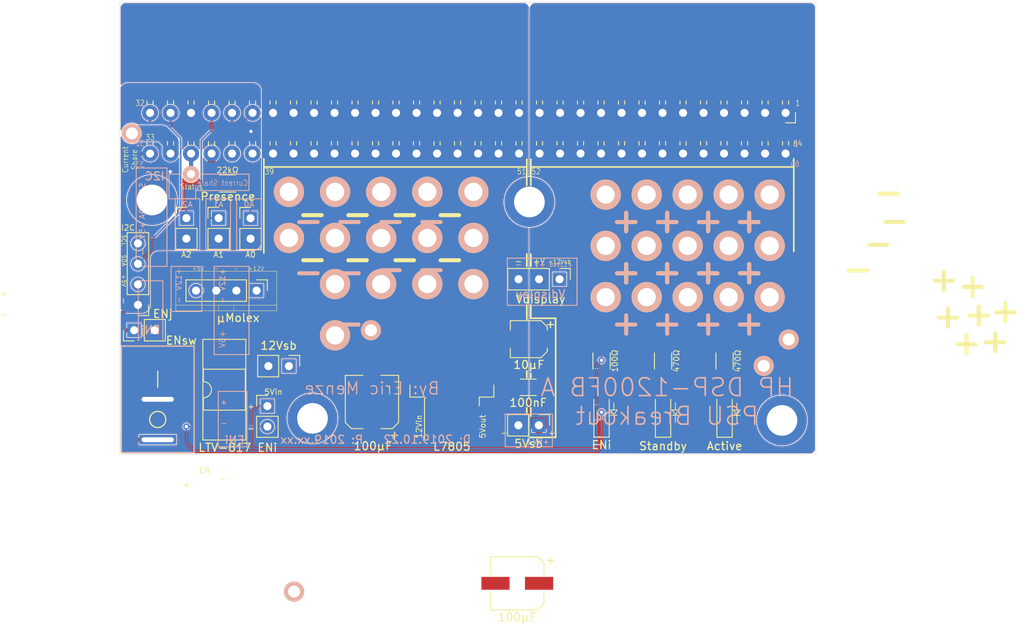
<source format=kicad_pcb>
(kicad_pcb (version 20171130) (host pcbnew "(5.1.4)-1")
  (layers (0 F.Cu signal) (31 B.Cu signal) (34 B.Paste user hide) (35 F.Paste user hide) (36 B.SilkS user hide) (37 F.SilkS user) (38 B.Mask user hide) (39 F.Mask user hide) (44 Edge.Cuts user))
  (net 0 "")
  (net 1 GNDREF)
  (net 2 +12Vstandby)
  (net 3 +5V)
  (net 4 +12V)
  (net 5 "Net-(D1-Pad2)")
  (net 6 "Net-(D1-Pad1)")
  (net 7 "Net-(D2-Pad2)")
  (net 8 "Net-(D3-Pad2)")
  (net 9 Alarm)
  (net 10 PRESENT)
  (net 11 Status)
  (net 12 "#ENABLE")
  (net 13 SCL)
  (net 14 SDA)
  (net 15 GNDS)
  (net 16 A2)
  (net 17 A1)
  (net 18 A0)
  (net 19 "Net-(J3-Pad2)")
  (net 20 "Net-(J3-Pad1)")
  (net 21 CurrentShare)
  (module Footprints:WIRE-20AWG (layer F.Cu) (at 109.0765 90.5352)
    (fp_text reference J47 hide)
    (fp_text value Status hide)
    (pad 1 thru_hole circle (at 0 0) (size 2.01 2.01) (drill 1.01) (layers *.Cu *.SilkS *.Mask) (net 11 Status))
  )
  (module Footprints:M3_Screw_Hole (layer F.Cu) (at 151 94)
    (fp_text reference Ref** hide)
    (fp_text value Val** hide)
    (pad "" np_thru_hole circle (at 0 0) (size 6.2 6.2) (drill 3.8) (layers *.Cu *.Mask))
  )
  (module Footprints:M3_Screw_Hole (layer F.Cu) (at 182.292 121.066)
    (fp_text reference Ref** hide)
    (fp_text value Val** hide)
    (pad "" np_thru_hole circle (at 0 0) (size 6.2 6.2) (drill 3.8) (layers *.Cu *.Mask))
  )
  (module Footprints:M3_Screw_Hole (layer F.Cu) (at 124.126 120.812)
    (fp_text reference Ref** hide)
    (fp_text value Val** hide)
    (pad "" np_thru_hole circle (at 0 0) (size 6.2 6.2) (drill 3.8) (layers *.Cu *.Mask))
  )
  (module Footprints:M3_Screw_Hole (layer F.Cu) (at 104.25 93.75)
    (fp_text reference Ref** hide)
    (fp_text value Val** hide)
    (pad "" np_thru_hole circle (at 0 0) (size 6.2 6.2) (drill 3.8) (layers *.Cu *.Mask))
  )
  (module Footprints:CommonSlot_2x32P_2.54mm (layer F.Cu) (at 104 88 90)
    (fp_text reference J1)
    (fp_text value "32x2P Card Edge")
    (pad 33 thru_hole circle (at 0 0 90) (size 2 2) (drill 1) (layers *.Cu *.Mask) (net 12 "#ENABLE"))
    (pad 32 thru_hole circle (at 5.04 0 90) (size 2 2) (drill 1) (layers *.Cu *.Mask) (net 13 SCL))
    (pad 34 thru_hole circle (at 0 2.54 90) (size 2 2) (drill 1) (layers *.Cu *.Mask) (net 21 CurrentShare))
    (pad 31 thru_hole circle (at 5.04 2.54 90) (size 2 2) (drill 1) (layers *.Cu *.Mask) (net 14 SDA))
    (pad 35 thru_hole circle (at 0 5.08 90) (size 2 2) (drill 1) (layers *.Cu *.Mask) (net 11 Status))
    (pad 30 thru_hole oval (at 5.04 5.08 90) (size 2 2) (drill 1) (layers *.Cu *.Mask) (net 15 GNDS))
    (pad 36 thru_hole circle (at 0 7.62 90) (size 2 2) (drill 1) (layers *.Cu *.Mask) (net 10 PRESENT))
    (pad 29 thru_hole oval (at 5.04 7.62 90) (size 2 2) (drill 1) (layers *.Cu *.Mask) (net 16 A2))
    (pad 37 thru_hole circle (at 0 10.16 90) (size 2 2) (drill 1) (layers *.Cu *.Mask) (net 2 +12Vstandby))
    (pad 28 thru_hole oval (at 5.04 10.16 90) (size 2 2) (drill 1) (layers *.Cu *.Mask) (net 17 A1))
    (pad 38 thru_hole circle (at 0 12.7 90) (size 2 2) (drill 1) (layers *.Cu *.Mask) (net 9 Alarm))
    (pad 27 thru_hole oval (at 5.04 12.7 90) (size 2 2) (drill 1) (layers *.Cu *.Mask) (net 18 A0))
    (pad 39 thru_hole circle (at 0 15.24 90) (size 2 2) (drill 1) (layers *.Cu *.Mask) (net 1 GNDREF))
    (pad 26 thru_hole oval (at 5.04 15.24 90) (size 2 2) (drill 1) (layers *.Cu *.Mask) (net 1 GNDREF))
    (pad 40 thru_hole circle (at 0 17.78 90) (size 2 2) (drill 1) (layers *.Cu *.Mask) (net 1 GNDREF))
    (pad 25 thru_hole oval (at 5.04 17.78 90) (size 2 2) (drill 1) (layers *.Cu *.Mask) (net 1 GNDREF))
    (pad 41 thru_hole circle (at 0 20.32 90) (size 2 2) (drill 1) (layers *.Cu *.Mask) (net 1 GNDREF))
    (pad 24 thru_hole oval (at 5.04 20.32 90) (size 2 2) (drill 1) (layers *.Cu *.Mask) (net 1 GNDREF))
    (pad 42 thru_hole circle (at 0 22.86 90) (size 2 2) (drill 1) (layers *.Cu *.Mask) (net 1 GNDREF))
    (pad 23 thru_hole oval (at 5.04 22.86 90) (size 2 2) (drill 1) (layers *.Cu *.Mask) (net 1 GNDREF))
    (pad 43 thru_hole circle (at 0 25.4 90) (size 2 2) (drill 1) (layers *.Cu *.Mask) (net 1 GNDREF))
    (pad 22 thru_hole oval (at 5.04 25.4 90) (size 2 2) (drill 1) (layers *.Cu *.Mask) (net 1 GNDREF))
    (pad 44 thru_hole circle (at 0 27.94 90) (size 2 2) (drill 1) (layers *.Cu *.Mask) (net 1 GNDREF))
    (pad 21 thru_hole oval (at 5.04 27.94 90) (size 2 2) (drill 1) (layers *.Cu *.Mask) (net 1 GNDREF))
    (pad 45 thru_hole circle (at 0 30.48 90) (size 2 2) (drill 1) (layers *.Cu *.Mask) (net 1 GNDREF))
    (pad 20 thru_hole oval (at 5.04 30.48 90) (size 2 2) (drill 1) (layers *.Cu *.Mask) (net 1 GNDREF))
    (pad 46 thru_hole circle (at 0 33.02 90) (size 2 2) (drill 1) (layers *.Cu *.Mask) (net 1 GNDREF))
    (pad 19 thru_hole oval (at 5.04 33.02 90) (size 2 2) (drill 1) (layers *.Cu *.Mask) (net 1 GNDREF))
    (pad 47 thru_hole circle (at 0 35.56 90) (size 2 2) (drill 1) (layers *.Cu *.Mask) (net 1 GNDREF))
    (pad 18 thru_hole oval (at 5.04 35.56 90) (size 2 2) (drill 1) (layers *.Cu *.Mask) (net 1 GNDREF))
    (pad 48 thru_hole circle (at 0 38.1 90) (size 2 2) (drill 1) (layers *.Cu *.Mask) (net 1 GNDREF))
    (pad 17 thru_hole oval (at 5.04 38.1 90) (size 2 2) (drill 1) (layers *.Cu *.Mask) (net 1 GNDREF))
    (pad 49 thru_hole circle (at 0 40.64 90) (size 2 2) (drill 1) (layers *.Cu *.Mask) (net 1 GNDREF))
    (pad 16 thru_hole oval (at 5.04 40.64 90) (size 2 2) (drill 1) (layers *.Cu *.Mask) (net 1 GNDREF))
    (pad 50 thru_hole circle (at 0 43.18 90) (size 2 2) (drill 1) (layers *.Cu *.Mask) (net 1 GNDREF))
    (pad 15 thru_hole oval (at 5.04 43.18 90) (size 2 2) (drill 1) (layers *.Cu *.Mask) (net 1 GNDREF))
    (pad 51 thru_hole circle (at 0 45.72 90) (size 2 2) (drill 1) (layers *.Cu *.Mask) (net 1 GNDREF))
    (pad 14 thru_hole oval (at 5.04 45.72 90) (size 2 2) (drill 1) (layers *.Cu *.Mask) (net 1 GNDREF))
    (pad 52 thru_hole circle (at 0 48.26 90) (size 2 2) (drill 1) (layers *.Cu *.Mask) (net 4 +12V))
    (pad 13 thru_hole oval (at 5.04 48.26 90) (size 2 2) (drill 1) (layers *.Cu *.Mask) (net 4 +12V))
    (pad 53 thru_hole circle (at 0 50.8 90) (size 2 2) (drill 1) (layers *.Cu *.Mask) (net 4 +12V))
    (pad 12 thru_hole oval (at 5.04 50.8 90) (size 2 2) (drill 1) (layers *.Cu *.Mask) (net 4 +12V))
    (pad 54 thru_hole circle (at 0 53.34 90) (size 2 2) (drill 1) (layers *.Cu *.Mask) (net 4 +12V))
    (pad 11 thru_hole oval (at 5.04 53.34 90) (size 2 2) (drill 1) (layers *.Cu *.Mask) (net 4 +12V))
    (pad 55 thru_hole circle (at 0 55.88 90) (size 2 2) (drill 1) (layers *.Cu *.Mask) (net 4 +12V))
    (pad 10 thru_hole oval (at 5.04 55.88 90) (size 2 2) (drill 1) (layers *.Cu *.Mask) (net 4 +12V))
    (pad 56 thru_hole circle (at 0 58.42 90) (size 2 2) (drill 1) (layers *.Cu *.Mask) (net 4 +12V))
    (pad 9 thru_hole oval (at 5.04 58.42 90) (size 2 2) (drill 1) (layers *.Cu *.Mask) (net 4 +12V))
    (pad 57 thru_hole circle (at 0 60.96 90) (size 2 2) (drill 1) (layers *.Cu *.Mask) (net 4 +12V))
    (pad 8 thru_hole oval (at 5.04 60.96 90) (size 2 2) (drill 1) (layers *.Cu *.Mask) (net 4 +12V))
    (pad 58 thru_hole circle (at 0 63.5 90) (size 2 2) (drill 1) (layers *.Cu *.Mask) (net 4 +12V))
    (pad 7 thru_hole oval (at 5.04 63.5 90) (size 2 2) (drill 1) (layers *.Cu *.Mask) (net 4 +12V))
    (pad 59 thru_hole circle (at 0 66.04 90) (size 2 2) (drill 1) (layers *.Cu *.Mask) (net 4 +12V))
    (pad 6 thru_hole oval (at 5.04 66.04 90) (size 2 2) (drill 1) (layers *.Cu *.Mask) (net 4 +12V))
    (pad 60 thru_hole circle (at 0 68.58 90) (size 2 2) (drill 1) (layers *.Cu *.Mask) (net 4 +12V))
    (pad 5 thru_hole oval (at 5.04 68.58 90) (size 2 2) (drill 1) (layers *.Cu *.Mask) (net 4 +12V))
    (pad 61 thru_hole circle (at 0 71.12 90) (size 2 2) (drill 1) (layers *.Cu *.Mask) (net 4 +12V))
    (pad 4 thru_hole oval (at 5.04 71.12 90) (size 2 2) (drill 1) (layers *.Cu *.Mask) (net 4 +12V))
    (pad 62 thru_hole circle (at 0 73.66 90) (size 2 2) (drill 1) (layers *.Cu *.Mask) (net 4 +12V))
    (pad 3 thru_hole oval (at 5.04 73.66 90) (size 2 2) (drill 1) (layers *.Cu *.Mask) (net 4 +12V))
    (pad 63 thru_hole circle (at 0 76.2 90) (size 2 2) (drill 1) (layers *.Cu *.Mask) (net 4 +12V))
    (pad 2 thru_hole oval (at 5.04 76.2 90) (size 2 2) (drill 1) (layers *.Cu *.Mask) (net 4 +12V))
    (pad 64 thru_hole circle (at 0 78.74 90) (size 2 2) (drill 1) (layers *.Cu *.Mask) (net 4 +12V))
    (pad 1 thru_hole rect (at 5.04 78.74 90) (size 2 2) (drill 1) (layers *.Cu *.Mask) (net 4 +12V))
  )
  (module Footprints:WIRE-16AWG (layer F.Cu) (at 101.75 85.5)
    (fp_text reference J46)
    (fp_text value Isense hide)
    (pad 1 thru_hole circle (at 0 0) (size 2.49 2.49) (drill 1.49) (layers *.Cu *.SilkS *.Mask) (net 21 CurrentShare))
  )
  (module Footprints:Berg_FDD_Power_1x04_2.50mm (layer F.Cu) (at 117.198 104.9798 270)
    (fp_text reference J4)
    (fp_text value µMolex (at 3.3782 2.286) (layer F.SilkS))
    (pad 1 thru_hole rect (at 0 0 270) (size 1.7 1.7) (drill 1) (layers *.Cu *.Mask) (net 2 +12Vstandby))
    (pad 2 thru_hole oval (at 0 2.5 270) (size 1.7 1.7) (drill 1) (layers *.Cu *.Mask) (net 1 GNDREF))
    (pad 3 thru_hole oval (at 0 5 270) (size 1.7 1.7) (drill 1) (layers *.Cu *.Mask) (net 1 GNDREF))
    (pad 4 thru_hole oval (at 0 7.5 270) (size 1.7 1.7) (drill 1) (layers *.Cu *.Mask) (net 3 +5V))
  )
  (module Footprints:WIRE-16AWG (layer F.Cu) (at 131.365 109.89)
    (fp_text reference J45 hide)
    (fp_text value 0V hide)
    (pad 1 thru_hole circle (at 0 0) (size 2.49 2.49) (drill 1.49) (layers *.Cu *.SilkS *.Mask) (net 1 GNDREF))
  )
  (module Footprints:WIRE-16AWG (layer F.Cu) (at 121.84 142.275)
    (fp_text reference J44 hide)
    (fp_text value 0V hide)
    (pad 1 thru_hole circle (at 0 0) (size 2.49 2.49) (drill 1.49) (layers *.Cu *.SilkS *.Mask) (net 1 GNDREF))
  )
  (module Footprints:WIRE-16AWG (layer F.Cu) (at 180.0314 114.3096)
    (fp_text reference J43 hide)
    (fp_text value +12V hide)
    (pad 1 thru_hole circle (at 0 0) (size 2.49 2.49) (drill 1.49) (layers *.Cu *.SilkS *.Mask) (net 4 +12V))
  )
  (module Footprints:WIRE-16AWG (layer F.Cu) (at 183.1302 111.033)
    (fp_text reference J42 hide)
    (fp_text value +12V hide)
    (pad 1 thru_hole circle (at 0 0) (size 2.49 2.49) (drill 1.49) (layers *.Cu *.SilkS *.Mask) (net 4 +12V))
  )
  (module Footprints:WIRE-12AWG (layer F.Cu) (at 138.35 104.175)
    (fp_text reference J41 hide)
    (fp_text value 0V hide)
    (pad 1 thru_hole circle (at 0 0) (size 3.75 3.75) (drill 2.25) (layers *.Cu *.SilkS *.Mask) (net 1 GNDREF))
  )
  (module Footprints:WIRE-12AWG (layer F.Cu) (at 132.635 104.175)
    (fp_text reference J40 hide)
    (fp_text value 0V hide)
    (pad 1 thru_hole circle (at 0 0) (size 3.75 3.75) (drill 2.25) (layers *.Cu *.SilkS *.Mask) (net 1 GNDREF))
  )
  (module Footprints:WIRE-12AWG (layer F.Cu) (at 144.065 104.175)
    (fp_text reference J39 hide)
    (fp_text value 0V hide)
    (pad 1 thru_hole circle (at 0 0) (size 3.75 3.75) (drill 2.25) (layers *.Cu *.SilkS *.Mask) (net 1 GNDREF))
  )
  (module Footprints:WIRE-12AWG (layer F.Cu) (at 165.5318 105.791)
    (fp_text reference J38 hide)
    (fp_text value +12V hide)
    (pad 1 thru_hole circle (at 0 0) (size 3.75 3.75) (drill 2.25) (layers *.Cu *.SilkS *.Mask) (net 4 +12V))
  )
  (module Footprints:WIRE-12AWG (layer F.Cu) (at 160.4518 99.441)
    (fp_text reference J37 hide)
    (fp_text value +12V hide)
    (pad 1 thru_hole circle (at 0 0) (size 3.75 3.75) (drill 2.25) (layers *.Cu *.SilkS *.Mask) (net 4 +12V))
  )
  (module Footprints:WIRE-12AWG (layer F.Cu) (at 160.4518 105.791)
    (fp_text reference J36 hide)
    (fp_text value +12V hide)
    (pad 1 thru_hole circle (at 0 0) (size 3.75 3.75) (drill 2.25) (layers *.Cu *.SilkS *.Mask) (net 4 +12V))
  )
  (module Footprints:WIRE-12AWG (layer F.Cu) (at 126.92 110.525)
    (fp_text reference J35 hide)
    (fp_text value 0V hide)
    (pad 1 thru_hole circle (at 0 0) (size 3.75 3.75) (drill 2.25) (layers *.Cu *.SilkS *.Mask) (net 1 GNDREF))
  )
  (module Footprints:WIRE-12AWG (layer F.Cu) (at 144.065 98.46)
    (fp_text reference J34 hide)
    (fp_text value 0V hide)
    (pad 1 thru_hole circle (at 0 0) (size 3.75 3.75) (drill 2.25) (layers *.Cu *.SilkS *.Mask) (net 1 GNDREF))
  )
  (module Footprints:WIRE-12AWG (layer F.Cu) (at 138.35 98.46)
    (fp_text reference J33 hide)
    (fp_text value 0V hide)
    (pad 1 thru_hole circle (at 0 0) (size 3.75 3.75) (drill 2.25) (layers *.Cu *.SilkS *.Mask) (net 1 GNDREF))
  )
  (module Footprints:WIRE-12AWG (layer F.Cu) (at 126.92 104.175)
    (fp_text reference J32 hide)
    (fp_text value 0V hide)
    (pad 1 thru_hole circle (at 0 0) (size 3.75 3.75) (drill 2.25) (layers *.Cu *.SilkS *.Mask) (net 1 GNDREF))
  )
  (module Footprints:WIRE-12AWG (layer F.Cu) (at 170.6118 105.791)
    (fp_text reference J31 hide)
    (fp_text value +12V hide)
    (pad 1 thru_hole circle (at 0 0) (size 3.75 3.75) (drill 2.25) (layers *.Cu *.SilkS *.Mask) (net 4 +12V))
  )
  (module Footprints:WIRE-12AWG (layer F.Cu) (at 180.7718 99.441)
    (fp_text reference J30 hide)
    (fp_text value +12V hide)
    (pad 1 thru_hole circle (at 0 0) (size 3.75 3.75) (drill 2.25) (layers *.Cu *.SilkS *.Mask) (net 4 +12V))
  )
  (module Footprints:WIRE-12AWG (layer F.Cu) (at 165.5318 99.441)
    (fp_text reference J29 hide)
    (fp_text value +12V hide)
    (pad 1 thru_hole circle (at 0 0) (size 3.75 3.75) (drill 2.25) (layers *.Cu *.SilkS *.Mask) (net 4 +12V))
  )
  (module Footprints:WIRE-12AWG (layer F.Cu) (at 170.6118 99.441)
    (fp_text reference J28 hide)
    (fp_text value +12V hide)
    (pad 1 thru_hole circle (at 0 0) (size 3.75 3.75) (drill 2.25) (layers *.Cu *.SilkS *.Mask) (net 4 +12V))
  )
  (module Footprints:WIRE-12AWG (layer F.Cu) (at 121.205 98.46)
    (fp_text reference J27 hide)
    (fp_text value 0V hide)
    (pad 1 thru_hole circle (at 0 0) (size 3.75 3.75) (drill 2.25) (layers *.Cu *.SilkS *.Mask) (net 1 GNDREF))
  )
  (module Footprints:WIRE-12AWG (layer F.Cu) (at 126.92 98.46)
    (fp_text reference J26 hide)
    (fp_text value 0V hide)
    (pad 1 thru_hole circle (at 0 0) (size 3.75 3.75) (drill 2.25) (layers *.Cu *.SilkS *.Mask) (net 1 GNDREF))
  )
  (module Footprints:WIRE-12AWG (layer F.Cu) (at 132.635 98.46)
    (fp_text reference J25 hide)
    (fp_text value 0V hide)
    (pad 1 thru_hole circle (at 0 0) (size 3.75 3.75) (drill 2.25) (layers *.Cu *.SilkS *.Mask) (net 1 GNDREF))
  )
  (module Footprints:WIRE-12AWG (layer F.Cu) (at 144.065 92.745)
    (fp_text reference J24 hide)
    (fp_text value 0V hide)
    (pad 1 thru_hole circle (at 0 0) (size 3.75 3.75) (drill 2.25) (layers *.Cu *.SilkS *.Mask) (net 1 GNDREF))
  )
  (module Footprints:WIRE-12AWG (layer F.Cu) (at 180.7718 105.791)
    (fp_text reference J23 hide)
    (fp_text value +12V hide)
    (pad 1 thru_hole circle (at 0 0) (size 3.75 3.75) (drill 2.25) (layers *.Cu *.SilkS *.Mask) (net 4 +12V))
  )
  (module Footprints:WIRE-12AWG (layer F.Cu) (at 175.6918 105.791)
    (fp_text reference J22 hide)
    (fp_text value +12V hide)
    (pad 1 thru_hole circle (at 0 0) (size 3.75 3.75) (drill 2.25) (layers *.Cu *.SilkS *.Mask) (net 4 +12V))
  )
  (module Footprints:WIRE-12AWG (layer F.Cu) (at 180.7718 93.091)
    (fp_text reference J21 hide)
    (fp_text value +12V hide)
    (pad 1 thru_hole circle (at 0 0) (size 3.75 3.75) (drill 2.25) (layers *.Cu *.SilkS *.Mask) (net 4 +12V))
  )
  (module Footprints:WIRE-12AWG (layer F.Cu) (at 175.6918 99.441)
    (fp_text reference J20 hide)
    (fp_text value +12V hide)
    (pad 1 thru_hole circle (at 0 0) (size 3.75 3.75) (drill 2.25) (layers *.Cu *.SilkS *.Mask) (net 4 +12V))
  )
  (module Footprints:WIRE-12AWG (layer F.Cu) (at 126.92 92.745)
    (fp_text reference J19 hide)
    (fp_text value 0V hide)
    (pad 1 thru_hole circle (at 0 0) (size 3.75 3.75) (drill 2.25) (layers *.Cu *.SilkS *.Mask) (net 1 GNDREF))
  )
  (module Footprints:WIRE-12AWG (layer F.Cu) (at 132.635 92.745)
    (fp_text reference J18 hide)
    (fp_text value 0V hide)
    (pad 1 thru_hole circle (at 0 0) (size 3.75 3.75) (drill 2.25) (layers *.Cu *.SilkS *.Mask) (net 1 GNDREF))
  )
  (module Footprints:WIRE-12AWG (layer F.Cu) (at 138.35 92.745)
    (fp_text reference J17 hide)
    (fp_text value 0V hide)
    (pad 1 thru_hole circle (at 0 0) (size 3.75 3.75) (drill 2.25) (layers *.Cu *.SilkS *.Mask) (net 1 GNDREF))
  )
  (module Footprints:WIRE-12AWG (layer F.Cu) (at 170.6118 93.091)
    (fp_text reference J16 hide)
    (fp_text value +12V hide)
    (pad 1 thru_hole circle (at 0 0) (size 3.75 3.75) (drill 2.25) (layers *.Cu *.SilkS *.Mask) (net 4 +12V))
  )
  (module Footprints:WIRE-12AWG (layer F.Cu) (at 160.4518 93.091)
    (fp_text reference J15 hide)
    (fp_text value +12V hide)
    (pad 1 thru_hole circle (at 0 0) (size 3.75 3.75) (drill 2.25) (layers *.Cu *.SilkS *.Mask) (net 4 +12V))
  )
  (module Footprints:WIRE-12AWG (layer F.Cu) (at 165.5318 93.091)
    (fp_text reference J14 hide)
    (fp_text value +12V hide)
    (pad 1 thru_hole circle (at 0 0) (size 3.75 3.75) (drill 2.25) (layers *.Cu *.SilkS *.Mask) (net 4 +12V))
  )
  (module Footprints:WIRE-12AWG (layer F.Cu) (at 121.205 92.745)
    (fp_text reference J13 hide)
    (fp_text value 0V hide)
    (pad 1 thru_hole circle (at 0 0) (size 3.75 3.75) (drill 2.25) (layers *.Cu *.SilkS *.Mask) (net 1 GNDREF))
  )
  (module Footprints:WIRE-12AWG (layer F.Cu) (at 175.6918 93.091)
    (fp_text reference J12 hide)
    (fp_text value +12V hide)
    (pad 1 thru_hole circle (at 0 0) (size 3.75 3.75) (drill 2.25) (layers *.Cu *.SilkS *.Mask) (net 4 +12V))
  )
  (module Capacitors_SMD:CP_Elec_6.3x5.3 (layer F.Cu) (at 131.492 118.78 90)
    (fp_text reference C1)
    (fp_text value 100µF (at -5.461 0.127 180) (layer F.SilkS))
    (fp_text user + (at -4.1275 2.7305 90) (layer F.SilkS))
    (pad 2 smd rect (at 2.7 0 270) (size 3.5 1.6) (layers F.Cu F.Paste F.Mask) (net 1 GNDREF))
    (pad 1 smd rect (at -2.7 0 270) (size 3.5 1.6) (layers F.Cu F.Paste F.Mask) (net 2 +12Vstandby))
  )
  (module Capacitors_SMD:CP_Elec_4x5.3 (layer F.Cu) (at 150.9268 110.998 180)
    (fp_text reference C2)
    (fp_text value 10µF (at 0 -3.175) (layer F.SilkS))
    (fp_text user + (at -2.6924 1.8796) (layer F.SilkS))
    (pad 2 smd rect (at 1.8 0) (size 2.6 1.6) (layers F.Cu F.Paste F.Mask) (net 1 GNDREF))
    (pad 1 smd rect (at -1.8 0) (size 2.6 1.6) (layers F.Cu F.Paste F.Mask) (net 3 +5V))
  )
  (module Capacitors_SMD:C_1206_HandSoldering (layer F.Cu) (at 150.8506 116.967 180)
    (fp_text reference C3)
    (fp_text value 100nF (at 0 -1.905) (layer F.SilkS))
    (pad 2 smd rect (at 2 0 180) (size 2 1.6) (layers F.Cu F.Paste F.Mask) (net 1 GNDREF))
    (pad 1 smd rect (at -2 0 180) (size 2 1.6) (layers F.Cu F.Paste F.Mask) (net 3 +5V))
  )
  (module Capacitors_SMD:CP_Elec_6.3x5.3 (layer F.Cu) (at 149.5 141.25 180)
    (fp_text reference C4)
    (fp_text value 100µF (at 0.0127 -4.191) (layer F.SilkS))
    (fp_text user + (at -4.1148 2.921) (layer F.SilkS))
    (pad 1 smd rect (at -2.7 0) (size 3.5 1.6) (layers F.Cu F.Paste F.Mask) (net 4 +12V))
    (pad 2 smd rect (at 2.7 0) (size 3.5 1.6) (layers F.Cu F.Paste F.Mask) (net 1 GNDREF))
  )
  (module LEDs:LED_1206_HandSoldering (layer F.Cu) (at 159.94 120.05 90)
    (fp_text reference D1)
    (fp_text value ENi (at -4.064 0 180) (layer F.SilkS))
    (pad 2 smd rect (at 2 0 90) (size 2 1.7) (layers F.Cu F.Paste F.Mask) (net 5 "Net-(D1-Pad2)"))
    (pad 1 smd rect (at -2 0 90) (size 2 1.7) (layers F.Cu F.Paste F.Mask) (net 6 "Net-(D1-Pad1)"))
  )
  (module LEDs:LED_1206_HandSoldering (layer F.Cu) (at 167.56 120.05 90)
    (fp_text reference D2)
    (fp_text value Standby (at -4.191 0 180) (layer F.SilkS))
    (pad 2 smd rect (at 2 0 90) (size 2 1.7) (layers F.Cu F.Paste F.Mask) (net 7 "Net-(D2-Pad2)"))
    (pad 1 smd rect (at -2 0 90) (size 2 1.7) (layers F.Cu F.Paste F.Mask) (net 1 GNDREF))
  )
  (module LEDs:LED_1206_HandSoldering (layer F.Cu) (at 175.18 120.05 90)
    (fp_text reference D3)
    (fp_text value Active (at -4.191 0 180) (layer F.SilkS))
    (pad 1 smd rect (at -2 0 90) (size 2 1.7) (layers F.Cu F.Paste F.Mask) (net 1 GNDREF))
    (pad 2 smd rect (at 2 0 90) (size 2 1.7) (layers F.Cu F.Paste F.Mask) (net 8 "Net-(D3-Pad2)"))
  )
  (module Pin_Headers:Pin_Header_Straight_1x02_Pitch2.54mm (layer F.Cu) (at 102.028 109.89 90)
    (fp_text reference J2)
    (fp_text value ENj (at 2.032 3.556) (layer F.SilkS))
    (pad 1 thru_hole rect (at 0 0 90) (size 1.7 1.7) (drill 1) (layers *.Cu *.Mask) (net 12 "#ENABLE"))
    (pad 2 thru_hole oval (at 0 2.54 90) (size 1.7 1.7) (drill 1) (layers *.Cu *.Mask) (net 1 GNDREF))
  )
  (module Pin_Headers:Pin_Header_Straight_1x02_Pitch2.54mm (layer F.Cu) (at 118.538 119.288)
    (fp_text reference J3)
    (fp_text value ENi (at 0 5.1435) (layer F.SilkS))
    (pad 2 thru_hole oval (at 0 2.54) (size 1.7 1.7) (drill 1) (layers *.Cu *.Mask) (net 19 "Net-(J3-Pad2)"))
    (pad 1 thru_hole rect (at 0 0) (size 1.7 1.7) (drill 1) (layers *.Cu *.Mask) (net 20 "Net-(J3-Pad1)"))
  )
  (module Pin_Headers:Pin_Header_Straight_1x02_Pitch2.54mm (layer F.Cu) (at 152.1714 121.666 270)
    (fp_text reference J5)
    (fp_text value 5Vsb (at 2.286 1.27 180) (layer F.SilkS))
    (pad 2 thru_hole oval (at 0 2.54 270) (size 1.7 1.7) (drill 1) (layers *.Cu *.Mask) (net 1 GNDREF))
    (pad 1 thru_hole rect (at 0 0 270) (size 1.7 1.7) (drill 1) (layers *.Cu *.Mask) (net 3 +5V))
  )
  (module Pin_Headers:Pin_Header_Straight_1x02_Pitch2.54mm (layer F.Cu) (at 121.205 114.335 270)
    (fp_text reference J6)
    (fp_text value 12Vsb (at -2.54 1.27) (layer F.SilkS))
    (pad 2 thru_hole oval (at 0 2.54 270) (size 1.7 1.7) (drill 1) (layers *.Cu *.Mask) (net 1 GNDREF))
    (pad 1 thru_hole rect (at 0 0 270) (size 1.7 1.7) (drill 1) (layers *.Cu *.Mask) (net 2 +12Vstandby))
  )
  (module Pin_Headers:Pin_Header_Straight_1x03_Pitch2.54mm (layer F.Cu) (at 154.7368 103.5685 270)
    (fp_text reference J7)
    (fp_text value Vdisplay (at 2.4765 2.3622 180) (layer F.SilkS))
    (pad 3 thru_hole oval (at 0 5.08 270) (size 1.7 1.7) (drill 1) (layers *.Cu *.Mask) (net 1 GNDREF))
    (pad 2 thru_hole oval (at 0 2.54 270) (size 1.7 1.7) (drill 1) (layers *.Cu *.Mask) (net 4 +12V))
    (pad 1 thru_hole rect (at 0 0 270) (size 1.7 1.7) (drill 1) (layers *.Cu *.Mask) (net 2 +12Vstandby))
  )
  (module Pin_Headers:Pin_Header_Straight_1x04_Pitch2.54mm (layer F.Cu) (at 102.5 106.75 180)
    (fp_text reference J8)
    (fp_text value I2C (at 1.234 9.56 180) (layer F.SilkS) (effects (font (size 0.7 0.7) (thickness 0.1))))
    (pad 1 thru_hole rect (at 0 0 180) (size 1.7 1.7) (drill 1) (layers *.Cu *.Mask) (net 15 GNDS))
    (pad 2 thru_hole oval (at 0 2.54 180) (size 1.7 1.7) (drill 1) (layers *.Cu *.Mask) (net 3 +5V))
    (pad 3 thru_hole oval (at 0 5.08 180) (size 1.7 1.7) (drill 1) (layers *.Cu *.Mask) (net 14 SDA))
    (pad 4 thru_hole oval (at 0 7.62 180) (size 1.7 1.7) (drill 1) (layers *.Cu *.Mask) (net 13 SCL))
  )
  (module Pin_Headers:Pin_Header_Straight_1x02_Pitch2.54mm (layer F.Cu) (at 116.45 96.01)
    (fp_text reference J9)
    (fp_text value A0 (at 0 4.5212) (layer F.SilkS) (effects (font (size 0.7 0.7) (thickness 0.1))))
    (pad 1 thru_hole rect (at 0 0) (size 1.7 1.7) (drill 1) (layers *.Cu *.Mask) (net 18 A0))
    (pad 2 thru_hole oval (at 0 2.54) (size 1.7 1.7) (drill 1) (layers *.Cu *.Mask) (net 15 GNDS))
  )
  (module Pin_Headers:Pin_Header_Straight_1x02_Pitch2.54mm (layer F.Cu) (at 112.5 96)
    (fp_text reference J10)
    (fp_text value A1 (at 0 4.5212) (layer F.SilkS) (effects (font (size 0.7 0.7) (thickness 0.1))))
    (pad 2 thru_hole oval (at 0 2.54) (size 1.7 1.7) (drill 1) (layers *.Cu *.Mask) (net 15 GNDS))
    (pad 1 thru_hole rect (at 0 0) (size 1.7 1.7) (drill 1) (layers *.Cu *.Mask) (net 17 A1))
  )
  (module Pin_Headers:Pin_Header_Straight_1x02_Pitch2.54mm (layer F.Cu) (at 108.5 96)
    (fp_text reference J11)
    (fp_text value A2 (at 0 4.5212) (layer F.SilkS) (effects (font (size 0.7 0.7) (thickness 0.1))))
    (pad 1 thru_hole rect (at 0 0) (size 1.7 1.7) (drill 1) (layers *.Cu *.Mask) (net 16 A2))
    (pad 2 thru_hole oval (at 0 2.54) (size 1.7 1.7) (drill 1) (layers *.Cu *.Mask) (net 15 GNDS))
  )
  (module Resistors_SMD:R_1206_HandSoldering (layer F.Cu) (at 159.94 113.7 90)
    (fp_text reference R1)
    (fp_text value 100Ω (at 0 1.651 90) (layer F.SilkS) (effects (font (size 0.7 0.7) (thickness 0.1))))
    (pad 2 smd rect (at 2 0 90) (size 2 1.7) (layers F.Cu F.Paste F.Mask) (net 20 "Net-(J3-Pad1)"))
    (pad 1 smd rect (at -2 0 90) (size 2 1.7) (layers F.Cu F.Paste F.Mask) (net 5 "Net-(D1-Pad2)"))
  )
  (module Resistors_SMD:R_1206_HandSoldering (layer F.Cu) (at 167.56 113.7 270)
    (fp_text reference R2)
    (fp_text value 470Ω (at 0 -1.651 90) (layer F.SilkS) (effects (font (size 0.7 0.7) (thickness 0.1))))
    (pad 1 smd rect (at -2 0 270) (size 2 1.7) (layers F.Cu F.Paste F.Mask) (net 2 +12Vstandby))
    (pad 2 smd rect (at 2 0 270) (size 2 1.7) (layers F.Cu F.Paste F.Mask) (net 7 "Net-(D2-Pad2)"))
  )
  (module Resistors_SMD:R_1206_HandSoldering (layer F.Cu) (at 113.6104 91.7036)
    (fp_text reference R3)
    (fp_text value 22kΩ (at 0 -1.651 180) (layer F.SilkS) (effects (font (size 0.7 0.7) (thickness 0.1))))
    (pad 1 smd rect (at -2 0) (size 2 1.7) (layers F.Cu F.Paste F.Mask) (net 10 PRESENT))
    (pad 2 smd rect (at 2 0) (size 2 1.7) (layers F.Cu F.Paste F.Mask) (net 2 +12Vstandby))
  )
  (module Resistors_SMD:R_1206_HandSoldering (layer F.Cu) (at 175.18 113.7 270)
    (fp_text reference R4)
    (fp_text value 470Ω (at 0 -1.651 90) (layer F.SilkS) (effects (font (size 0.7 0.7) (thickness 0.1))))
    (pad 2 smd rect (at 2 0 270) (size 2 1.7) (layers F.Cu F.Paste F.Mask) (net 8 "Net-(D3-Pad2)"))
    (pad 1 smd rect (at -2 0 270) (size 2 1.7) (layers F.Cu F.Paste F.Mask) (net 4 +12V))
  )
  (module TO_SOT_Packages_SMD:TO-263-3_TabPin2 (layer F.Cu) (at 141.398 115.224 90)
    (fp_text reference U2)
    (fp_text value L7805 (at -9.0805 0 180) (layer F.SilkS))
    (pad 2 smd rect (at 0.95 2.775 90) (size 4.55 5.25) (layers F.Cu F.Paste) (net 1 GNDREF))
    (pad 2 smd rect (at 5.8 -2.775 90) (size 4.55 5.25) (layers F.Cu F.Paste) (net 1 GNDREF))
    (pad 2 smd rect (at 0.95 -2.775 90) (size 4.55 5.25) (layers F.Cu F.Paste) (net 1 GNDREF))
    (pad 2 smd rect (at 5.8 2.775 90) (size 4.55 5.25) (layers F.Cu F.Paste) (net 1 GNDREF))
    (pad 2 smd rect (at 3.375 0 90) (size 9.4 10.8) (layers F.Cu F.Mask) (net 1 GNDREF))
    (pad 3 smd rect (at -5.775 2.54 90) (size 4.6 1.1) (layers F.Cu F.Paste F.Mask) (net 3 +5V))
    (pad 2 smd rect (at -5.775 0 90) (size 4.6 1.1) (layers F.Cu F.Paste F.Mask) (net 1 GNDREF))
    (pad 1 smd rect (at -5.775 -2.54 90) (size 4.6 1.1) (layers F.Cu F.Paste F.Mask) (net 2 +12Vstandby))
  )
  (module Footprints:SW_SPST_Rocker (layer F.Cu) (at 104.95 118.45)
    (fp_text reference SW1)
    (fp_text value ENsw (at 2.92 -7.29) (layer F.SilkS))
    (pad 1 thru_hole rect (at 0 5) (size 4.6 1.2) (drill oval 4 0.6) (layers *.Cu *.Mask) (net 12 "#ENABLE"))
    (pad 2 thru_hole oval (at 0 0) (size 4.6 1.2) (drill oval 4 0.6) (layers *.Cu *.Mask) (net 1 GNDREF))
  )
  (module Housings_DIP:DIP-4_W8.89mm_SMDSocket_LongPads (layer F.Cu) (at 113.204 117.256 90)
    (fp_text reference U1)
    (fp_text value LTV-817 (at -7.1755 0.0635 180) (layer F.SilkS))
    (pad 4 smd rect (at 4.445 -1.27 90) (size 3.1 1.6) (layers F.Cu F.Paste F.Mask) (net 12 "#ENABLE"))
    (pad 2 smd rect (at -4.445 1.27 90) (size 3.1 1.6) (layers F.Cu F.Paste F.Mask) (net 19 "Net-(J3-Pad2)"))
    (pad 3 smd rect (at 4.445 1.27 90) (size 3.1 1.6) (layers F.Cu F.Paste F.Mask) (net 1 GNDREF))
    (pad 1 smd rect (at -4.445 -1.27 90) (size 3.1 1.6) (layers F.Cu F.Paste F.Mask) (net 6 "Net-(D1-Pad1)"))
  )
  (gr_text Status (at 109.14 92.11) (layer F.SilkS) (effects (font (size 0.7 0.6) (thickness 0.07))))
  (gr_text 1 (at 184.0738 86.8045) (layer B.SilkS) (effects (font (size 0.7 0.6) (thickness 0.07)) (justify mirror)))
  (gr_text 32 (at 102.7303 86.741) (layer B.SilkS) (effects (font (size 0.7 0.6) (thickness 0.07)) (justify mirror)))
  (gr_line (start 102.2858 89.789) (end 106.0958 89.789) (layer B.SilkS) (width 0.12))
  (gr_line (start 102.2858 101.981) (end 102.2858 89.789) (layer B.SilkS) (width 0.12))
  (gr_line (start 106.0958 101.981) (end 102.2858 101.981) (layer B.SilkS) (width 0.12))
  (gr_line (start 106.0958 89.789) (end 106.0958 101.981) (layer B.SilkS) (width 0.12))
  (gr_line (start 156.8958 100.965) (end 148.2598 100.965) (layer B.SilkS) (width 0.12))
  (gr_line (start 156.8958 106.807) (end 156.8958 100.965) (layer B.SilkS) (width 0.12))
  (gr_line (start 148.2598 106.807) (end 156.8958 106.807) (layer B.SilkS) (width 0.12))
  (gr_line (start 148.2598 100.965) (end 148.2598 106.807) (layer B.SilkS) (width 0.12))
  (gr_line (start 148.0058 124.333) (end 148.0058 120.269) (layer B.SilkS) (width 0.12))
  (gr_line (start 153.8478 124.333) (end 148.0058 124.333) (layer B.SilkS) (width 0.12))
  (gr_line (start 153.8478 120.269) (end 153.8478 124.333) (layer B.SilkS) (width 0.12))
  (gr_line (start 148.0058 120.269) (end 153.8478 120.269) (layer B.SilkS) (width 0.12))
  (gr_line (start 111.9378 112.903) (end 111.9378 101.981) (layer B.SilkS) (width 0.12))
  (gr_line (start 116.2558 112.903) (end 111.9378 112.903) (layer B.SilkS) (width 0.12))
  (gr_line (start 116.2558 101.981) (end 116.2558 112.903) (layer B.SilkS) (width 0.12))
  (gr_line (start 111.9378 101.981) (end 116.2558 101.981) (layer B.SilkS) (width 0.12))
  (gr_line (start 112.4458 117.475) (end 112.4458 124.333) (layer B.SilkS) (width 0.12))
  (gr_line (start 116.0018 117.475) (end 112.4458 117.475) (layer B.SilkS) (width 0.12))
  (gr_line (start 116.0018 124.333) (end 116.0018 117.475) (layer B.SilkS) (width 0.12))
  (gr_line (start 112.4458 124.333) (end 116.0018 124.333) (layer B.SilkS) (width 0.12))
  (gr_line (start 102.5398 111.125) (end 102.6118 111.129) (layer B.SilkS) (width 0.12))
  (gr_line (start 102.5398 103.759) (end 102.5398 111.125) (layer B.SilkS) (width 0.12))
  (gr_line (start 105.5878 103.759) (end 102.5398 103.759) (layer B.SilkS) (width 0.12))
  (gr_line (start 105.5878 111.125) (end 105.5878 103.759) (layer B.SilkS) (width 0.12))
  (gr_line (start 106.6038 101.981) (end 107.1118 101.981) (layer B.SilkS) (width 0.12))
  (gr_line (start 106.6038 107.569) (end 106.6038 101.981) (layer B.SilkS) (width 0.12))
  (gr_line (start 110.4138 107.569) (end 106.6038 107.569) (layer B.SilkS) (width 0.12))
  (gr_line (start 110.4138 101.981) (end 110.4138 107.569) (layer B.SilkS) (width 0.12))
  (gr_line (start 107.1118 101.981) (end 110.4138 101.981) (layer B.SilkS) (width 0.12))
  (gr_line (start 109.6518 93.599) (end 109.6518 92.583) (layer B.SilkS) (width 0.12))
  (gr_line (start 106.3498 93.599) (end 109.6518 93.599) (layer B.SilkS) (width 0.12))
  (gr_line (start 106.3498 90.551) (end 106.3498 93.599) (layer B.SilkS) (width 0.12))
  (gr_line (start 116.2558 90.551) (end 106.3498 90.551) (layer B.SilkS) (width 0.12))
  (gr_line (start 116.2558 92.583) (end 116.2558 90.551) (layer B.SilkS) (width 0.12))
  (gr_line (start 109.6518 92.583) (end 116.2558 92.583) (layer B.SilkS) (width 0.12))
  (gr_line (start 117.7798 93.599) (end 114.7318 93.599) (layer B.SilkS) (width 0.12))
  (gr_line (start 117.7798 99.949) (end 117.7798 93.599) (layer B.SilkS) (width 0.12))
  (gr_line (start 114.7318 99.949) (end 117.7798 99.949) (layer B.SilkS) (width 0.12))
  (gr_line (start 114.7318 93.599) (end 114.7318 99.949) (layer B.SilkS) (width 0.12))
  (gr_line (start 113.9698 93.599) (end 110.9218 93.599) (layer B.SilkS) (width 0.12))
  (gr_line (start 113.9698 99.949) (end 113.9698 93.599) (layer B.SilkS) (width 0.12))
  (gr_line (start 110.9218 99.949) (end 113.9698 99.949) (layer B.SilkS) (width 0.12))
  (gr_line (start 110.9218 93.599) (end 110.9218 99.949) (layer B.SilkS) (width 0.12))
  (gr_line (start 107.1118 99.949) (end 107.1118 93.599) (layer B.SilkS) (width 0.12))
  (gr_line (start 110.1598 99.949) (end 107.1118 99.949) (layer B.SilkS) (width 0.12))
  (gr_line (start 110.1598 93.599) (end 110.1598 99.949) (layer B.SilkS) (width 0.12))
  (gr_line (start 107.1118 93.599) (end 110.1598 93.599) (layer B.SilkS) (width 0.12))
  (gr_text 1 (at 184.25 81.75) (layer F.SilkS) (effects (font (size 0.7 0.6) (thickness 0.07))))
  (gr_text 32 (at 102.75 81.75) (layer F.SilkS) (effects (font (size 0.7 0.6) (thickness 0.07))))
  (gr_text 52 (at 151.8158 90.2208) (layer F.SilkS) (effects (font (size 0.7 0.6) (thickness 0.07))))
  (gr_text 51 (at 150.0378 90.2208) (layer F.SilkS) (effects (font (size 0.7 0.6) (thickness 0.07))))
  (gr_text 39 (at 118.7704 90.2208) (layer F.SilkS) (effects (font (size 0.7 0.6) (thickness 0.07))))
  (gr_text 33 (at 102.7303 89.3445) (layer B.SilkS) (effects (font (size 0.7 0.6) (thickness 0.07)) (justify mirror)))
  (gr_text 33 (at 104 86) (layer F.SilkS) (effects (font (size 0.7 0.6) (thickness 0.07))))
  (gr_text 64 (at 184.25 86.75) (layer F.SilkS) (effects (font (size 0.7 0.6) (thickness 0.07))))
  (gr_text 64 (at 183.8833 89.281) (layer B.SilkS) (effects (font (size 0.7 0.6) (thickness 0.07)) (justify mirror)))
  (gr_text "Current Share" (at 112.9792 91.6432) (layer B.SilkS) (effects (font (size 0.7 0.6) (thickness 0.07)) (justify mirror)))
  (gr_text "Current\nShare" (at 101.5 88.75 90) (layer F.SilkS) (effects (font (size 0.7 0.6) (thickness 0.07))))
  (gr_line (start 168.6814 119.761) (end 169.4942 119.761) (layer F.SilkS) (width 0.1))
  (gr_line (start 168.6814 120.4214) (end 169.4942 120.4214) (layer F.SilkS) (width 0.1))
  (gr_line (start 169.0878 120.3706) (end 169.4942 119.761) (layer F.SilkS) (width 0.1))
  (gr_line (start 169.0878 118.872) (end 169.0878 119.761) (layer F.SilkS) (width 0.1))
  (gr_line (start 168.6814 119.761) (end 169.0878 120.3706) (layer F.SilkS) (width 0.1))
  (gr_line (start 169.0878 120.4214) (end 169.0878 121.3104) (layer F.SilkS) (width 0.1))
  (gr_line (start 161.0614 119.761) (end 161.8742 119.761) (layer F.SilkS) (width 0.1))
  (gr_line (start 161.4678 120.4214) (end 161.4678 121.3104) (layer F.SilkS) (width 0.1))
  (gr_line (start 161.0614 120.4214) (end 161.8742 120.4214) (layer F.SilkS) (width 0.1))
  (gr_line (start 161.4678 118.872) (end 161.4678 119.761) (layer F.SilkS) (width 0.1))
  (gr_line (start 161.4678 120.3706) (end 161.8742 119.761) (layer F.SilkS) (width 0.1))
  (gr_line (start 161.0614 119.761) (end 161.4678 120.3706) (layer F.SilkS) (width 0.1))
  (gr_line (start 176.7078 120.4468) (end 176.7078 121.3358) (layer F.SilkS) (width 0.1))
  (gr_line (start 176.7078 118.8974) (end 176.7078 119.7864) (layer F.SilkS) (width 0.1))
  (gr_line (start 176.3014 120.4468) (end 177.1142 120.4468) (layer F.SilkS) (width 0.1))
  (gr_line (start 176.3014 119.7864) (end 177.1142 119.7864) (layer F.SilkS) (width 0.1))
  (gr_line (start 176.7078 120.396) (end 177.1142 119.7864) (layer F.SilkS) (width 0.1))
  (gr_line (start 176.3014 119.7864) (end 176.7078 120.396) (layer F.SilkS) (width 0.1))
  (gr_text Vdisplay (at 152.3873 105.41) (layer B.SilkS) (effects (font (size 1 1)) (justify mirror)))
  (gr_text I2C (at 104.5718 90.805) (layer B.SilkS) (effects (font (size 1 1)) (justify mirror)))
  (gr_text SCL (at 103.0478 92.583 90) (layer B.SilkS) (effects (font (size 0.7 0.7) (thickness 0.1)) (justify mirror)))
  (gr_text SDA (at 103.0478 95.123 90) (layer B.SilkS) (effects (font (size 0.7 0.7) (thickness 0.1)) (justify mirror)))
  (gr_text A2 (at 108.6358 94.2975) (layer B.SilkS) (effects (font (size 0.7 0.7) (thickness 0.1)) (justify mirror)))
  (gr_text A1 (at 112.4458 94.2975) (layer B.SilkS) (effects (font (size 0.7 0.7) (thickness 0.1)) (justify mirror)))
  (gr_text A0 (at 116.2558 94.2975) (layer B.SilkS) (effects (font (size 0.7 0.7) (thickness 0.1)) (justify mirror)))
  (gr_text + (at 113.1443 118.8085) (layer B.SilkS) (effects (font (size 0.7 0.7) (thickness 0.1)) (justify mirror)))
  (gr_text - (at 113.1443 121.412) (layer B.SilkS) (effects (font (size 0.7 0.7) (thickness 0.1)) (justify mirror)))
  (gr_text ENi (at 114.4778 123.5075) (layer B.SilkS) (effects (font (size 1 1)) (justify mirror)))
  (gr_text ENj (at 104.0638 109.855) (layer B.SilkS) (effects (font (size 1 1)) (justify mirror)))
  (gr_text - (at 149.6568 123.825 180) (layer B.SilkS) (effects (font (size 0.7 0.7) (thickness 0.1)) (justify mirror)))
  (gr_text - (at 103.0478 100.203 90) (layer B.SilkS) (effects (font (size 0.7 0.7) (thickness 0.1)) (justify mirror)))
  (gr_text - (at 107.5563 106.172 90) (layer B.SilkS) (effects (font (size 0.7 0.7) (thickness 0.1)) (justify mirror)))
  (gr_text - (at 112.9538 108.712 90) (layer B.SilkS) (effects (font (size 0.7 0.7) (thickness 0.1)) (justify mirror)))
  (gr_text - (at 112.9538 106.172 90) (layer B.SilkS) (effects (font (size 0.7 0.7) (thickness 0.1)) (justify mirror)))
  (gr_text +12V (at 107.5563 103.5685 90) (layer B.SilkS) (effects (font (size 0.7 0.7) (thickness 0.1)) (justify mirror)))
  (gr_text +12V (at 112.9538 103.632 90) (layer B.SilkS) (effects (font (size 0.7 0.7) (thickness 0.1)) (justify mirror)))
  (gr_text +5V (at 112.9538 110.998 90) (layer B.SilkS) (effects (font (size 0.7 0.7) (thickness 0.1)) (justify mirror)))
  (gr_text +5V (at 103.0478 97.536 90) (layer B.SilkS) (effects (font (size 0.7 0.7) (thickness 0.1)) (justify mirror)))
  (gr_text +5V (at 152.4508 123.698) (layer B.SilkS) (effects (font (size 0.7 0.7) (thickness 0.1)) (justify mirror)))
  (gr_text +12Vsb (at 154.9273 101.7905) (layer B.SilkS) (effects (font (size 0.5 0.5) (thickness 0.07)) (justify mirror)))
  (gr_text +V (at 152.3238 101.727) (layer B.SilkS) (effects (font (size 0.7 0.7) (thickness 0.1)) (justify mirror)))
  (gr_text - (at 149.6568 101.727) (layer B.SilkS) (effects (font (size 0.7 0.7) (thickness 0.1)) (justify mirror)))
  (gr_text + (at 178.2318 108.966) (layer B.SilkS) (effects (font (size 3 3) (thickness 0.5)) (justify mirror)))
  (gr_text + (at 173.1518 108.966) (layer B.SilkS) (effects (font (size 3 3) (thickness 0.5)) (justify mirror)))
  (gr_text + (at 168.0718 108.966) (layer B.SilkS) (effects (font (size 3 3) (thickness 0.5)) (justify mirror)))
  (gr_text + (at 162.9918 108.966) (layer B.SilkS) (effects (font (size 3 3) (thickness 0.5)) (justify mirror)))
  (gr_text + (at 178.2318 102.616) (layer B.SilkS) (effects (font (size 3 3) (thickness 0.5)) (justify mirror)))
  (gr_text + (at 173.1518 102.616) (layer B.SilkS) (effects (font (size 3 3) (thickness 0.5)) (justify mirror)))
  (gr_text + (at 168.0718 102.616) (layer B.SilkS) (effects (font (size 3 3) (thickness 0.5)) (justify mirror)))
  (gr_text + (at 162.9918 102.616) (layer B.SilkS) (effects (font (size 3 3) (thickness 0.5)) (justify mirror)))
  (gr_text + (at 178.2318 96.266) (layer B.SilkS) (effects (font (size 3 3) (thickness 0.5)) (justify mirror)))
  (gr_text + (at 173.1518 96.266) (layer B.SilkS) (effects (font (size 3 3) (thickness 0.5)) (justify mirror)))
  (gr_text + (at 168.0718 96.266) (layer B.SilkS) (effects (font (size 3 3) (thickness 0.5)) (justify mirror)))
  (gr_text - (at 128.7018 108.966) (layer B.SilkS) (effects (font (size 3 3) (thickness 0.5)) (justify mirror)))
  (gr_text - (at 138.8618 102.235) (layer B.SilkS) (effects (font (size 3 3) (thickness 0.5)) (justify mirror)))
  (gr_text - (at 133.7818 102.235) (layer B.SilkS) (effects (font (size 3 3) (thickness 0.5)) (justify mirror)))
  (gr_text - (at 128.7018 102.616) (layer B.SilkS) (effects (font (size 3 3) (thickness 0.5)) (justify mirror)))
  (gr_text - (at 123.6218 102.616) (layer B.SilkS) (effects (font (size 3 3) (thickness 0.5)) (justify mirror)))
  (gr_text - (at 138.8618 96.266) (layer B.SilkS) (effects (font (size 3 3) (thickness 0.5)) (justify mirror)))
  (gr_text - (at 133.7818 96.266) (layer B.SilkS) (effects (font (size 3 3) (thickness 0.5)) (justify mirror)))
  (gr_text - (at 128.7018 96.266) (layer B.SilkS) (effects (font (size 3 3) (thickness 0.5)) (justify mirror)))
  (gr_text + (at 162.9918 96.266) (layer B.SilkS) (effects (font (size 3 3) (thickness 0.5)) (justify mirror)))
  (gr_text - (at 123.6218 96.266) (layer B.SilkS) (effects (font (size 3 3) (thickness 0.5)) (justify mirror)))
  (gr_text + (at 202.866 108.112) (layer F.SilkS) (effects (font (size 3 3) (thickness 0.5))))
  (gr_text "P: 2019.xx.xx" (at 125.2728 123.444) (layer B.SilkS) (effects (font (size 1 1)) (justify mirror)))
  (gr_text "D: 2019.10.22" (at 138.3538 123.4186) (layer B.SilkS) (effects (font (size 1 1)) (justify mirror)))
  (gr_text "By: Eric Menze" (at 131.4958 117.094) (layer B.SilkS) (effects (font (size 1.5 1.5)) (justify mirror)))
  (gr_text "HP DSP-1200FB A\nPSU Breakout" (at 168.0718 118.745) (layer B.SilkS) (effects (font (size 2.2 2.2) (thickness 0.2)) (justify mirror)))
  (gr_line (start 151.1046 123.1646) (end 154.2542 123.1646) (layer F.SilkS) (width 0.2))
  (gr_line (start 154.2542 123.1646) (end 154.2542 108.4072) (layer F.SilkS) (width 0.2))
  (gr_line (start 151.1808 108.4072) (end 154.2542 108.4072) (layer F.SilkS) (width 0.2))
  (gr_text - (at 195.5 92.745) (layer F.SilkS) (effects (font (size 3 3) (thickness 0.5))))
  (gr_text - (at 196.25 96.25) (layer F.SilkS) (effects (font (size 3 3) (thickness 0.5))))
  (gr_text + (at 205.914 104.302) (layer F.SilkS) (effects (font (size 3 3) (thickness 0.5))))
  (gr_text + (at 209.978 107.442) (layer F.SilkS) (effects (font (size 3 3) (thickness 0.5))))
  (gr_text - (at 191.69 102.27) (layer F.SilkS) (effects (font (size 3 3) (thickness 0.5))))
  (gr_text - (at 114.658 102.2493) (layer F.SilkS) (effects (font (size 0.5 0.5) (thickness 0.05))))
  (gr_text - (at 112.1815 102.2493) (layer F.SilkS) (effects (font (size 0.5 0.5) (thickness 0.05))))
  (gr_text + (at 108.5 129) (layer F.SilkS) (effects (font (size 0.7 0.7) (thickness 0.1))))
  (gr_text - (at 113 128.25) (layer F.SilkS) (effects (font (size 0.7 0.7) (thickness 0.1))))
  (gr_text EN (at 110.75 127.25) (layer F.SilkS) (effects (font (size 0.7 0.7) (thickness 0.1))))
  (gr_text +5V (at 100.75 103.75 270) (layer F.SilkS) (effects (font (size 0.5 0.5) (thickness 0.07))))
  (gr_text SCL (at 100.75 98.75 270) (layer F.SilkS) (effects (font (size 0.5 0.5) (thickness 0.07))))
  (gr_text SDA (at 100.75 101.25 270) (layer F.SilkS) (effects (font (size 0.5 0.5) (thickness 0.07))))
  (gr_text - (at 100.75 106.25 270) (layer F.SilkS) (effects (font (size 0.7 0.7) (thickness 0.1))))
  (gr_line (start 151.1808 119.507) (end 151.1808 120.523) (layer F.SilkS) (width 0.2))
  (gr_line (start 150.6728 119.507) (end 150.6728 120.142) (layer F.SilkS) (width 0.2))
  (gr_line (start 151.1808 115.2525) (end 151.1808 115.7605) (layer F.SilkS) (width 0.2))
  (gr_line (start 150.6728 114.935) (end 150.6728 115.7605) (layer F.SilkS) (width 0.2))
  (gr_line (start 151.1808 106.7435) (end 151.1808 108.4072) (layer F.SilkS) (width 0.2))
  (gr_line (start 150.6728 106.7435) (end 150.6728 108.5215) (layer F.SilkS) (width 0.2))
  (gr_line (start 150.6728 100.457) (end 150.6728 101.981) (layer F.SilkS) (width 0.2))
  (gr_line (start 151.1808 100.457) (end 151.1808 101.981) (layer F.SilkS) (width 0.2))
  (gr_line (start 118.0973 88.646) (end 118.0973 100.33) (layer F.SilkS) (width 0.2))
  (gr_line (start 183.7563 88.646) (end 183.7563 100.1395) (layer F.SilkS) (width 0.2))
  (gr_line (start 151.1808 88.7095) (end 151.1808 91.948) (layer F.SilkS) (width 0.2))
  (gr_line (start 150.6728 88.7095) (end 150.6728 91.948) (layer F.SilkS) (width 0.2))
  (gr_line (start 151.1808 89.662) (end 183.7563 89.662) (layer F.SilkS) (width 0.2))
  (gr_line (start 118.0973 89.662) (end 150.6728 89.662) (layer F.SilkS) (width 0.2))
  (gr_text 12Vin (at 137.334 121.828 90) (layer F.SilkS) (effects (font (size 0.7 0.7) (thickness 0.1))))
  (gr_text 5Vout (at 145.208 121.828 90) (layer F.SilkS) (effects (font (size 0.7 0.7) (thickness 0.1))))
  (gr_text 5Vin (at 119.281 117.534) (layer F.SilkS) (effects (font (size 0.7 0.7) (thickness 0.1))))
  (gr_text + (at 202.358 103.54) (layer F.SilkS) (effects (font (size 3 3) (thickness 0.5))))
  (gr_text + (at 208.708 111.16) (layer F.SilkS) (effects (font (size 3 3) (thickness 0.5))))
  (gr_text + (at 206.676 107.858) (layer F.SilkS) (effects (font (size 3 3) (thickness 0.5))))
  (gr_text + (at 205.152 111.414) (layer F.SilkS) (effects (font (size 3 3) (thickness 0.5))))
  (gr_text - (at 141.144 101) (layer F.SilkS) (effects (font (size 3 3) (thickness 0.5))))
  (gr_text - (at 135.556 101) (layer F.SilkS) (effects (font (size 3 3) (thickness 0.5))))
  (gr_text - (at 116.506 122.082) (layer F.SilkS) (effects (font (size 0.7 0.7) (thickness 0.1))))
  (gr_text + (at 116.506 119.334) (layer F.SilkS) (effects (font (size 0.7 0.7) (thickness 0.1))))
  (gr_text - (at 124.126 95.412) (layer F.SilkS) (effects (font (size 3 3) (thickness 0.5))))
  (gr_text - (at 129.714 95.412) (layer F.SilkS) (effects (font (size 3 3) (thickness 0.5))))
  (gr_text - (at 135.556 95.412) (layer F.SilkS) (effects (font (size 3 3) (thickness 0.5))))
  (gr_text - (at 129.714 101) (layer F.SilkS) (effects (font (size 3 3) (thickness 0.5))))
  (gr_text + (at 173.1518 102.616) (layer F.SilkS) (effects (font (size 3 3) (thickness 0.5))))
  (gr_text + (at 178.2318 96.266) (layer F.SilkS) (effects (font (size 3 3) (thickness 0.5))))
  (gr_text + (at 173.1518 96.266) (layer F.SilkS) (effects (font (size 3 3) (thickness 0.5))))
  (gr_text + (at 168.0718 96.266) (layer F.SilkS) (effects (font (size 3 3) (thickness 0.5))))
  (gr_text + (at 162.9918 96.266) (layer F.SilkS) (effects (font (size 3 3) (thickness 0.5))))
  (gr_text - (at 141.144 95.412) (layer F.SilkS) (effects (font (size 3 3) (thickness 0.5))))
  (gr_text - (at 124.126 101) (layer F.SilkS) (effects (font (size 3 3) (thickness 0.5))))
  (gr_text - (at 194.23 99.095) (layer F.SilkS) (effects (font (size 3 3) (thickness 0.5))))
  (gr_text + (at 162.9918 102.616) (layer F.SilkS) (effects (font (size 3 3) (thickness 0.5))))
  (gr_text + (at 178.2318 102.616) (layer F.SilkS) (effects (font (size 3 3) (thickness 0.5))))
  (gr_text + (at 168.0718 102.616) (layer F.SilkS) (effects (font (size 3 3) (thickness 0.5))))
  (gr_text - (at 147.8788 122.6058) (layer F.SilkS) (effects (font (size 0.7 0.7) (thickness 0.1))))
  (gr_text - (at 149.6568 101.346) (layer F.SilkS) (effects (font (size 0.7 0.7) (thickness 0.1))))
  (gr_text +12Vsb (at 154.7368 101.4095) (layer F.SilkS) (effects (font (size 0.5 0.5) (thickness 0.07))))
  (gr_text +V (at 152.1968 101.346) (layer F.SilkS) (effects (font (size 0.7 0.7) (thickness 0.1))))
  (gr_text + (at 153.7716 122.6058) (layer F.SilkS) (effects (font (size 0.7 0.7) (thickness 0.1))))
  (gr_text - (at 85.9213 107.922) (layer F.SilkS) (effects (font (size 0.7 0.7) (thickness 0.1))))
  (gr_text + (at 85.9213 105.3185) (layer F.SilkS) (effects (font (size 0.7 0.7) (thickness 0.1))))
  (gr_text +5V (at 109.959 102.2493) (layer F.SilkS) (effects (font (size 0.5 0.5) (thickness 0.05))))
  (gr_text +12V (at 117.1345 102.2493) (layer F.SilkS) (effects (font (size 0.5 0.5) (thickness 0.05))))
  (gr_text Presence (at 113.6358 93.3292) (layer F.SilkS) (effects (font (size 1 1))))
  (gr_line (start 100.25 125.25) (end 100.25 69.25) (layer Edge.Cuts) (width 0.05))
  (gr_line (start 186.5 125.25) (end 100.25 125.25) (layer Edge.Cuts) (width 0.05))
  (gr_line (start 186.5 69.25) (end 186.5 125.25) (layer Edge.Cuts) (width 0.05))
  (gr_line (start 100.25 69.25) (end 186.5 69.25) (layer Edge.Cuts) (width 0.05))
  (segment (start 104.5718 92.5195) (end 104.5718 92.583) (width 0.2) (layer F.Cu) (net 0))
  (segment (start 105.2576 91.8337) (end 104.5718 92.5195) (width 0.2) (layer F.Cu) (net 0))
  (segment (start 104.5718 95.123) (end 105.7402 93.9546) (width 0.2) (layer F.Cu) (net 0))
  (segment (start 175.18 124.05) (end 174.608 124.622) (width 1) (layer F.Cu) (net 1))
  (segment (start 175.18 122.05) (end 175.18 124.05) (width 1) (layer F.Cu) (net 1))
  (segment (start 149.6314 123.813) (end 149.6314 121.666) (width 1) (layer F.Cu) (net 1))
  (segment (start 150.4404 124.622) (end 149.6314 123.813) (width 1) (layer F.Cu) (net 1))
  (segment (start 167.56 124.3172) (end 167.56 122.05) (width 1) (layer F.Cu) (net 1))
  (segment (start 167.8648 124.622) (end 167.56 124.3172) (width 1) (layer F.Cu) (net 1))
  (segment (start 174.608 124.622) (end 167.8648 124.622) (width 1) (layer F.Cu) (net 1))
  (segment (start 167.8648 124.622) (end 150.4404 124.622) (width 1) (layer F.Cu) (net 1))
  (segment (start 138.377 121.48) (end 138.858 120.999) (width 2) (layer F.Cu) (net 2))
  (segment (start 131.492 121.48) (end 138.377 121.48) (width 2) (layer F.Cu) (net 2))
  (segment (start 152.1714 117.6462) (end 152.8506 116.967) (width 2) (layer F.Cu) (net 3))
  (segment (start 152.7268 116.8432) (end 152.8506 116.967) (width 2) (layer F.Cu) (net 3))
  (segment (start 152.7268 110.998) (end 152.7268 116.8432) (width 2) (layer F.Cu) (net 3))
  (segment (start 148.1698 119.3172) (end 152.1714 119.3172) (width 2) (layer F.Cu) (net 3))
  (segment (start 146.488 120.999) (end 148.1698 119.3172) (width 2) (layer F.Cu) (net 3))
  (segment (start 143.938 120.999) (end 146.488 120.999) (width 2) (layer F.Cu) (net 3))
  (segment (start 152.1714 121.666) (end 152.1714 119.3172) (width 2) (layer F.Cu) (net 3))
  (segment (start 152.1714 119.3172) (end 152.1714 117.6462) (width 2) (layer F.Cu) (net 3))
  (segment (start 159.94 118.05) (end 159.94 115.7) (width 1) (layer F.Cu) (net 5))
  (via (at 108.505 121.828) (size 0.8) (drill 0.4) (layers F.Cu B.Cu) (net 6))
  (segment (start 111.807 121.828) (end 111.934 121.701) (width 0.2) (layer F.Cu) (net 6))
  (segment (start 109.902 121.828) (end 111.807 121.828) (width 0.2) (layer F.Cu) (net 6))
  (via (at 159.94 120.05) (size 0.8) (drill 0.4) (layers F.Cu B.Cu) (net 6))
  (segment (start 159.94 120.615685) (end 159.94 122.05) (width 0.2) (layer F.Cu) (net 6))
  (segment (start 159.94 120.05) (end 159.94 120.615685) (width 0.2) (layer F.Cu) (net 6))
  (segment (start 108.505 123.86) (end 108.505 121.828) (width 0.2) (layer B.Cu) (net 6))
  (segment (start 109.521 124.876) (end 108.505 123.86) (width 0.2) (layer B.Cu) (net 6))
  (segment (start 159.4828 124.876) (end 109.521 124.876) (width 0.2) (layer B.Cu) (net 6))
  (segment (start 159.94 120.05) (end 159.94 124.4188) (width 0.2) (layer B.Cu) (net 6))
  (segment (start 159.94 124.4188) (end 159.4828 124.876) (width 0.2) (layer B.Cu) (net 6))
  (segment (start 109.902 121.828) (end 108.505 121.828) (width 0.2) (layer F.Cu) (net 6))
  (segment (start 167.56 118.05) (end 167.56 115.7) (width 1) (layer F.Cu) (net 7))
  (segment (start 175.18 118.05) (end 175.18 115.7) (width 1) (layer F.Cu) (net 8))
  (segment (start 111.62 91.694) (end 111.6104 91.7036) (width 1) (layer F.Cu) (net 10))
  (segment (start 111.62 88) (end 111.62 91.694) (width 1) (layer F.Cu) (net 10))
  (segment (start 109.08 90.5317) (end 109.0765 90.5352) (width 0.5) (layer F.Cu) (net 11))
  (segment (start 109.08 88) (end 109.08 90.5317) (width 0.5) (layer F.Cu) (net 11))
  (segment (start 109.0765 88.0035) (end 109.08 88) (width 0.5) (layer B.Cu) (net 11))
  (segment (start 109.0765 90.5352) (end 109.0765 88.0035) (width 0.5) (layer B.Cu) (net 11))
  (segment (start 101.95 123.45) (end 104.95 123.45) (width 0.5) (layer F.Cu) (net 12))
  (segment (start 100.75 122.25) (end 101.95 123.45) (width 0.5) (layer F.Cu) (net 12))
  (segment (start 104 88) (end 102.25 88) (width 0.5) (layer F.Cu) (net 12))
  (segment (start 102.25 88) (end 100.75 89.5) (width 0.5) (layer F.Cu) (net 12))
  (segment (start 100.758 109.89) (end 100.75 109.898) (width 0.5) (layer F.Cu) (net 12))
  (segment (start 102.028 109.89) (end 100.758 109.89) (width 0.5) (layer F.Cu) (net 12))
  (segment (start 100.75 89.5) (end 100.75 109.898) (width 0.5) (layer F.Cu) (net 12))
  (segment (start 100.885 112.811) (end 100.75 112.676) (width 0.5) (layer F.Cu) (net 12))
  (segment (start 111.934 112.811) (end 100.885 112.811) (width 0.5) (layer F.Cu) (net 12))
  (segment (start 100.75 109.898) (end 100.75 112.676) (width 0.5) (layer F.Cu) (net 12))
  (segment (start 100.75 112.676) (end 100.75 122.25) (width 0.5) (layer F.Cu) (net 12))
  (segment (start 102.5 99.13) (end 103.349999 98.280001) (width 0.2) (layer F.Cu) (net 13))
  (segment (start 103.349999 98.280001) (end 104.604001 98.280001) (width 0.2) (layer F.Cu) (net 13))
  (segment (start 107.7938 86.1283) (end 105.9523 84.2868) (width 0.2) (layer F.Cu) (net 13))
  (segment (start 105.9523 84.2868) (end 104.2505 84.2868) (width 0.2) (layer F.Cu) (net 13))
  (segment (start 104 84.0363) (end 104 82.96) (width 0.2) (layer F.Cu) (net 13))
  (segment (start 104.2505 84.2868) (end 104 84.0363) (width 0.2) (layer F.Cu) (net 13))
  (segment (start 107.449999 95.434003) (end 104.604001 98.280001) (width 0.2) (layer F.Cu) (net 13))
  (segment (start 107.449999 94.989999) (end 107.449999 95.434003) (width 0.2) (layer F.Cu) (net 13))
  (segment (start 107.7938 86.1283) (end 107.7938 94.646198) (width 0.2) (layer F.Cu) (net 13))
  (segment (start 107.7938 94.646198) (end 107.449999 94.989999) (width 0.2) (layer F.Cu) (net 13))
  (segment (start 102.5 101.67) (end 104.0854 100.0846) (width 0.2) (layer B.Cu) (net 14))
  (segment (start 104.0854 100.0846) (end 104.0854 98.8029) (width 0.2) (layer B.Cu) (net 14))
  (segment (start 106.54 84.8745) (end 106.54 82.96) (width 0.2) (layer B.Cu) (net 14))
  (segment (start 107.7938 86.1283) (end 106.54 84.8745) (width 0.2) (layer B.Cu) (net 14))
  (segment (start 107.7938 94.646198) (end 107.45 94.989998) (width 0.2) (layer B.Cu) (net 14))
  (segment (start 107.7938 86.1283) (end 107.7938 94.646198) (width 0.2) (layer B.Cu) (net 14))
  (segment (start 107.45 95.4383) (end 104.0854 98.8029) (width 0.2) (layer B.Cu) (net 14))
  (segment (start 107.45 94.989998) (end 107.45 95.4383) (width 0.2) (layer B.Cu) (net 14))
  (via (at 116.5 85.25) (size 0.8) (drill 0.4) (layers F.Cu B.Cu) (net 15))
  (via (at 106.5 90.25) (size 0.8) (drill 0.4) (layers F.Cu B.Cu) (net 15))
  (segment (start 108.5 95.1) (end 108.5 96) (width 0.2) (layer B.Cu) (net 16))
  (segment (start 108.15 94.75) (end 108.5 95.1) (width 0.2) (layer B.Cu) (net 16))
  (segment (start 108.15 92.55) (end 108.15 94.75) (width 0.2) (layer B.Cu) (net 16))
  (segment (start 111.62 82.96) (end 111.62 85.08) (width 0.2) (layer B.Cu) (net 16))
  (segment (start 111.62 85.08) (end 110.35 86.35) (width 0.2) (layer B.Cu) (net 16))
  (segment (start 110.35 86.35) (end 110.35 91.25) (width 0.2) (layer B.Cu) (net 16))
  (segment (start 110.35 91.25) (end 109.65 91.95) (width 0.2) (layer B.Cu) (net 16))
  (segment (start 109.65 91.95) (end 108.75 91.95) (width 0.2) (layer B.Cu) (net 16))
  (segment (start 108.75 91.95) (end 108.15 92.55) (width 0.2) (layer B.Cu) (net 16))
  (segment (start 111.45 96) (end 112.5 96) (width 0.2) (layer F.Cu) (net 17))
  (segment (start 111.2 96) (end 111.45 96) (width 0.2) (layer F.Cu) (net 17))
  (segment (start 114.16 82.96) (end 114.16 84.44) (width 0.2) (layer F.Cu) (net 17))
  (segment (start 113.35 85.25) (end 111.45 85.25) (width 0.2) (layer F.Cu) (net 17))
  (segment (start 114.16 84.44) (end 113.35 85.25) (width 0.2) (layer F.Cu) (net 17))
  (segment (start 111.45 85.25) (end 110.35 86.35) (width 0.2) (layer F.Cu) (net 17))
  (segment (start 110.35 86.35) (end 110.35 95.15) (width 0.2) (layer F.Cu) (net 17))
  (segment (start 110.35 95.15) (end 111.2 96) (width 0.2) (layer F.Cu) (net 17))
  (segment (start 115.43 84.23) (end 116.7 82.96) (width 0.2) (layer F.Cu) (net 18))
  (segment (start 115.43 88.92) (end 115.43 84.23) (width 0.2) (layer F.Cu) (net 18))
  (segment (start 116.95 90.44) (end 115.43 88.92) (width 0.2) (layer F.Cu) (net 18))
  (segment (start 116.95 94.46) (end 116.95 90.44) (width 0.2) (layer F.Cu) (net 18))
  (segment (start 116.45 96.01) (end 116.45 94.96) (width 0.2) (layer F.Cu) (net 18))
  (segment (start 116.45 94.96) (end 116.95 94.46) (width 0.2) (layer F.Cu) (net 18))
  (segment (start 114.601 121.828) (end 114.474 121.701) (width 0.2) (layer F.Cu) (net 19))
  (segment (start 118.538 121.828) (end 114.601 121.828) (width 0.2) (layer F.Cu) (net 19))
  (segment (start 117.268 119.288) (end 118.538 119.288) (width 0.2) (layer B.Cu) (net 20))
  (segment (start 116.967989 124.575989) (end 116.506 124.114) (width 0.2) (layer B.Cu) (net 20))
  (segment (start 116.506 120.05) (end 117.268 119.288) (width 0.2) (layer B.Cu) (net 20))
  (segment (start 157.700011 124.575989) (end 116.967989 124.575989) (width 0.2) (layer B.Cu) (net 20))
  (segment (start 116.506 124.114) (end 116.506 120.05) (width 0.2) (layer B.Cu) (net 20))
  (segment (start 157.700011 124.575989) (end 158.970011 124.575989) (width 0.2) (layer B.Cu) (net 20))
  (segment (start 158.970011 124.575989) (end 159.3304 124.2156) (width 0.2) (layer B.Cu) (net 20))
  (via (at 159.94 113.6238) (size 0.8) (drill 0.4) (layers F.Cu B.Cu) (net 20))
  (segment (start 159.3304 124.2156) (end 159.3304 114.2334) (width 0.2) (layer B.Cu) (net 20))
  (segment (start 159.3304 114.2334) (end 159.94 113.6238) (width 0.2) (layer B.Cu) (net 20))
  (segment (start 159.94 113.6238) (end 159.94 111.7) (width 0.2) (layer F.Cu) (net 20))
  (segment (start 103.510695 85.5) (end 101.75 85.5) (width 2) (layer F.Cu) (net 21))
  (segment (start 105.454213 85.5) (end 103.510695 85.5) (width 2) (layer F.Cu) (net 21))
  (segment (start 106.54 88) (end 106.54 86.585787) (width 2) (layer F.Cu) (net 21))
  (segment (start 106.54 86.585787) (end 105.454213 85.5) (width 2) (layer F.Cu) (net 21))
  (segment (start 103.510695 85.5) (end 101.75 85.5) (width 2) (layer B.Cu) (net 21))
  (segment (start 105.454213 85.5) (end 103.510695 85.5) (width 2) (layer B.Cu) (net 21))
  (segment (start 106.54 88) (end 106.54 86.585787) (width 2) (layer B.Cu) (net 21))
  (segment (start 106.54 86.585787) (end 105.454213 85.5) (width 2) (layer B.Cu) (net 21))
  (zone (net 15) (net_name GNDS) (layer B.Cu) (priority 2) (connect_pads yes (clearance 0.1)) (min_thickness 0.1) (fill yes (arc_segments 32) (thermal_gap 0.3) (thermal_bridge_width 0.8) (smoothing fillet) (radius 1))
    (polygon (pts (xy 100.25 79.25) (xy 117.75 79.25) (xy 117.75 100) (xy 104 100) (xy 104 107.75) (xy 100.25 107.75)))
  )
  (zone (net 15) (net_name GNDS) (layer F.Cu) (priority 2) (connect_pads yes (clearance 0.1)) (min_thickness 0.1) (fill yes (arc_segments 32) (thermal_gap 0.3) (thermal_bridge_width 0.8) (smoothing fillet) (radius 1))
    (polygon (pts (xy 100.25 79.25) (xy 117.75 79.25) (xy 117.75 100) (xy 104 100) (xy 104 107.75) (xy 100.25 107.75)))
  )
  (zone (net 1) (net_name GNDREF) (layer B.Cu) (connect_pads yes (clearance 0.1)) (min_thickness 0.1) (fill yes (arc_segments 32) (thermal_gap 0.3) (thermal_bridge_width 0.8) (smoothing fillet) (radius 1))
    (polygon (pts (xy 100.25 69.25) (xy 151 69.25) (xy 151 125.25) (xy 100.25 125.25)))
  )
  (zone (net 1) (net_name GNDREF) (layer F.Cu) (connect_pads yes (clearance 0.1)) (min_thickness 0.1) (fill yes (arc_segments 32) (thermal_gap 0.3) (thermal_bridge_width 0.8) (smoothing fillet) (radius 1))
    (polygon (pts (xy 100.25 69.25) (xy 151 69.25) (xy 151 125.25) (xy 100.25 125.25)))
  )
  (zone (net 4) (net_name +12V) (layer F.Cu) (priority 1) (connect_pads yes (clearance 0.1)) (min_thickness 0.1) (fill yes (arc_segments 32) (thermal_gap 0.3) (thermal_bridge_width 0.8) (smoothing fillet) (radius 1))
    (polygon (pts (xy 151 69.25) (xy 186.5 69.25) (xy 186.5 83.9216) (xy 186.5 125.25) (xy 151 125.25)))
  )
  (zone (net 4) (net_name +12V) (layer B.Cu) (priority 1) (connect_pads yes (clearance 0.1)) (min_thickness 0.1) (fill yes (arc_segments 32) (thermal_gap 0.3) (thermal_bridge_width 0.8) (smoothing fillet) (radius 1))
    (polygon (pts (xy 151 69.25) (xy 186.5 69.25) (xy 186.5 84.5) (xy 186.5 125.25) (xy 151 125.25)))
  )
)
</source>
